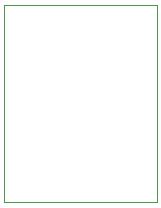
<source format=gm1>
G04*
G04 #@! TF.GenerationSoftware,Altium Limited,Altium Designer,19.0.12 (326)*
G04*
G04 Layer_Color=16711935*
%FSLAX25Y25*%
%MOIN*%
G70*
G01*
G75*
%ADD11C,0.00394*%
D11*
X100000Y100000D02*
Y165748D01*
X150787D01*
Y100000D02*
Y165748D01*
X100000Y100000D02*
X150787D01*
M02*

</source>
